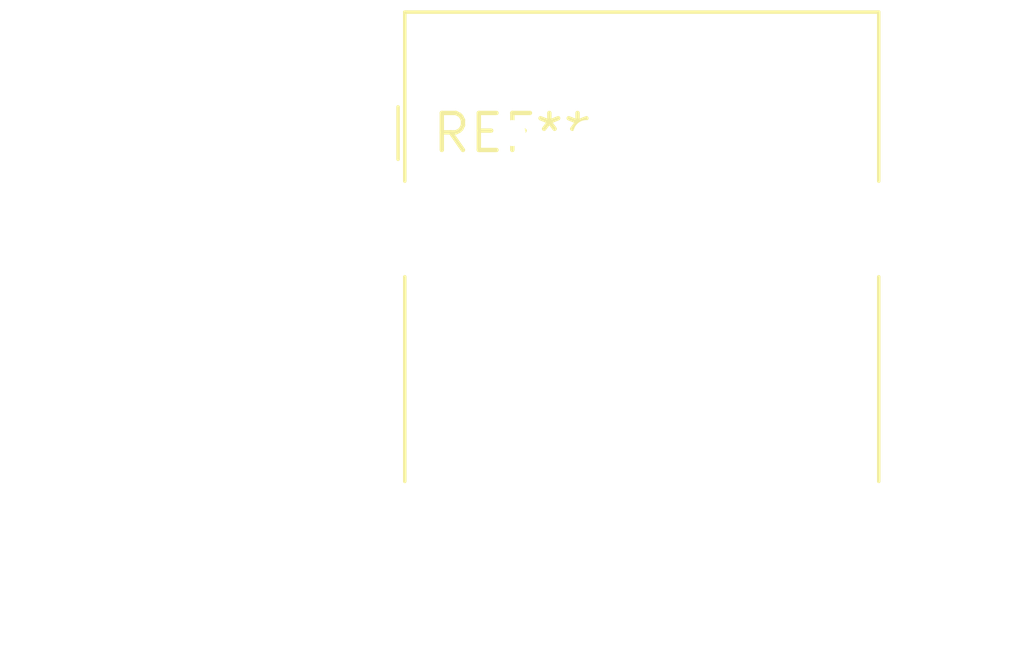
<source format=kicad_pcb>
(kicad_pcb (version 20240108) (generator pcbnew)
  (layers (0 "F.Cu" signal) (31 "B.Cu" signal) (34 "B.Paste" user) (35 "F.Paste" user) (36 "B.SilkS" user "B.Silkscreen") (37 "F.SilkS" user "F.Silkscreen") (38 "B.Mask" user) (39 "F.Mask" user) (44 "Edge.Cuts" user))
  (net 0 "")
  (footprint "RJ45_Hanrun_HR911105A_Horizontal" (layer "F.Cu") (at 0 0)
    (property "Reference" "REF**")
    (property "Value" "RJ45_Hanrun_HR911105A_Horizontal")
    (fp_line (start -3.92 -0.9) (end -3.92 0.9) (layer "F.SilkS") (stroke (width 0.12)))
    (fp_line (start -3.69 -4.15) (end -3.69 1.65) (layer "F.SilkS") (stroke (width 0.12)))
    (fp_line (start -3.69 -4.15) (end 12.57 -4.15) (layer "F.SilkS") (stroke (width 0.12)))
    (fp_line (start -3.69 4.93) (end -3.69 11.95) (layer "F.SilkS") (stroke (width 0.12)))
    (fp_line (start 12.57 -4.15) (end 12.57 1.65) (layer "F.SilkS") (stroke (width 0.12)))
    (fp_line (start 12.57 4.93) (end 12.57 11.95) (layer "F.SilkS") (stroke (width 0.12)))
    (pad "" np_thru_hole circle (at -1.275 6.36) (size 3.25 3.25) (drill 3.25) (layers *.Cu *.Mask))
    (pad "" np_thru_hole circle (at 10.155 6.36) (size 3.25 3.25) (drill 3.25) (layers *.Cu *.Mask))
    (pad "1" thru_hole roundrect (at 0 0) (size 1.5 1.5) (drill 0.89) (layers *.Cu *.Mask) (remove_unused_layers) (roundrect_rratio 0.167))
    (pad "2" thru_hole circle (at 1.26 -2.54) (size 1.5 1.5) (drill 0.89) (layers *.Cu *.Mask) (remove_unused_layers))
    (pad "3" thru_hole circle (at 2.54 0) (size 1.5 1.5) (drill 0.89) (layers *.Cu *.Mask) (remove_unused_layers))
    (pad "4" thru_hole circle (at 3.8 -2.54) (size 1.5 1.5) (drill 0.89) (layers *.Cu *.Mask) (remove_unused_layers))
    (pad "5" thru_hole circle (at 5.08 0) (size 1.5 1.5) (drill 0.89) (layers *.Cu *.Mask) (remove_unused_layers))
    (pad "6" thru_hole circle (at 6.34 -2.54) (size 1.5 1.5) (drill 0.89) (layers *.Cu *.Mask) (remove_unused_layers))
    (pad "7" thru_hole circle (at 7.62 0) (size 1.5 1.5) (drill 0.89) (layers *.Cu *.Mask) (remove_unused_layers))
    (pad "8" thru_hole circle (at 8.88 -2.54) (size 1.5 1.5) (drill 0.89) (layers *.Cu *.Mask) (remove_unused_layers))
    (pad "9" thru_hole circle (at -2.185 11.26) (size 1.5 1.5) (drill 1.02) (layers *.Cu *.Mask) (remove_unused_layers))
    (pad "10" thru_hole circle (at 0.355 11.26) (size 1.5 1.5) (drill 1.02) (layers *.Cu *.Mask) (remove_unused_layers))
    (pad "11" thru_hole circle (at 8.525 11.26) (size 1.5 1.5) (drill 1.02) (layers *.Cu *.Mask) (remove_unused_layers))
    (pad "12" thru_hole circle (at 11.065 11.26) (size 1.5 1.5) (drill 1.02) (layers *.Cu *.Mask) (remove_unused_layers))
    (pad "SH" thru_hole circle (at -3.305 3.31) (size 2.5 2.5) (drill 1.63) (layers *.Cu *.Mask) (remove_unused_layers))
    (pad "SH" thru_hole circle (at 12.185 3.31) (size 2.5 2.5) (drill 1.63) (layers *.Cu *.Mask) (remove_unused_layers))
  )
)
</source>
